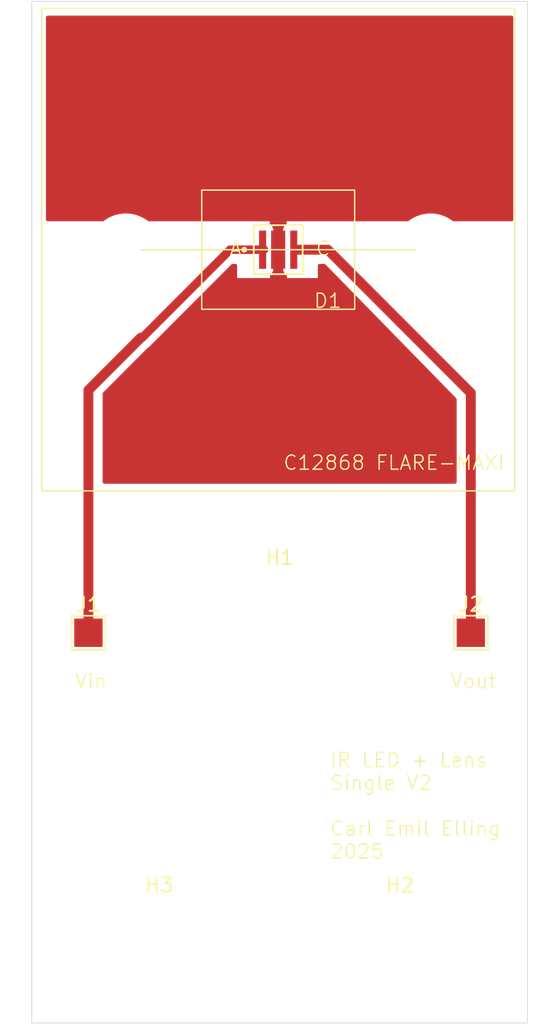
<source format=kicad_pcb>
(kicad_pcb (version 20240108) (generator "pcbnew") (generator_version "8.0")
  (layers (0 "F.Cu" signal) (31 "B.Cu" signal) (34 "B.Paste" user) (35 "F.Paste" user) (36 "B.SilkS" user "B.Silkscreen") (37 "F.SilkS" user "F.Silkscreen") (38 "B.Mask" user) (39 "F.Mask" user) (44 "Edge.Cuts" user))
  (net 0 "")
  (net 1 "THERMAL")
  (net 2 "VOUT")
  (net 3 "VIN")
  (footprint "MountingHole:MountingHole_4.3mm_M4" (layer "F.Cu") (at 43.5 68.5)
    (property "Reference" "H1" (at 0 -5.3 0) (layer "F.SilkS"))
    (property "Value" "MountingHole_Pad_M4")
    (pad "" np_thru_hole circle (at 0 0) (size 4.3 4.3) (drill 4.3) (layers "*.Cu" "*.Mask"))
  )
  (footprint "CE_FP:LENS_C12868_MAXI_W_LENS" (layer "F.Cu") (at 43.4 41.5)
    (property "Reference" "D1" (at 3.5 3.6 0) (layer "F.SilkS") (effects (font (thickness 0.1))))
    (property "Value" "SST-10-IRD-B90H-S810")
    (fp_line (start -1.725 -1.725) (end 1.725 -1.725) (stroke (width 0.127)) (layer "F.SilkS"))
    (fp_line (start -1.725 1.725) (end -1.725 -1.725) (stroke (width 0.127)) (layer "F.SilkS"))
    (fp_line (start 0 0) (end -10.76 0) (stroke (width 0.1)) (layer "F.SilkS"))
    (fp_line (start 1.725 -1.725) (end 1.725 1.725) (stroke (width 0.127)) (layer "F.SilkS"))
    (fp_line (start 1.725 1.725) (end -1.725 1.725) (stroke (width 0.127)) (layer "F.SilkS"))
    (fp_line (start 10.76 0) (end 0 0) (stroke (width 0.1)) (layer "F.SilkS"))
    (fp_rect (start -16.7 -17) (end 16.7 17) (stroke (width 0.1)) (fill none) (layer "F.SilkS"))
    (fp_rect (start -5.4 -4.2) (end 5.4 4.2) (stroke (width 0.1)) (fill none) (layer "F.SilkS"))
    (fp_circle (center -2.4 0) (end -2.3 0) (stroke (width 0.2)) (fill none) (layer "F.SilkS"))
    (fp_text user "A" (at -3.5 0.5 0) (layer "F.SilkS") (effects (font (thickness 0.1)) (justify left bottom)))
    (fp_text user "C" (at 2.6 0.5 0) (layer "F.SilkS") (effects (font (thickness 0.1)) (justify left bottom)))
    (fp_text user "C12868 FLARE-MAXI" (at 0.3 15.6 0) (layer "F.SilkS") (effects (font (thickness 0.1)) (justify left bottom)))
    (pad "" np_thru_hole circle (at -10.76 0) (size 2.1 2.1) (drill 2.1) (layers "F&B.Cu" "*.Mask") (clearance 1.5))
    (pad "" np_thru_hole circle (at 10.76 0) (size 2.1 2.1) (drill 2.1) (layers "F&B.Cu" "*.Mask") (clearance 1.5))
    (pad "A" smd rect (at -1.1 0 180) (size 0.5 2.7) (layers "F.Cu" "F.Paste" "F.Mask") (net 3 "VIN"))
    (pad "C" smd rect (at 1.1 0 180) (size 0.5 2.7) (layers "F.Cu" "F.Paste" "F.Mask") (net 2 "VOUT"))
    (pad "S" smd rect (at 0 0 180) (size 1 2.7) (layers "F.Cu" "F.Mask") (net 1 "THERMAL"))
  )
  (footprint "TestPoint:TestPoint_Pad_2.0x2.0mm" (layer "F.Cu") (at 57 68.5)
    (property "Reference" "J2" (at 0 -1.998 0) (layer "F.SilkS"))
    (property "Value" "Conn_01x01_Pin")
    (fp_line (start -1.2 -1.2) (end 1.2 -1.2) (stroke (width 0.12)) (layer "F.SilkS"))
    (fp_line (start -1.2 1.2) (end -1.2 -1.2) (stroke (width 0.12)) (layer "F.SilkS"))
    (fp_line (start 1.2 -1.2) (end 1.2 1.2) (stroke (width 0.12)) (layer "F.SilkS"))
    (fp_line (start 1.2 1.2) (end -1.2 1.2) (stroke (width 0.12)) (layer "F.SilkS"))
    (pad "1" smd rect (at 0 0) (size 2 2) (layers "F.Cu" "F.Mask") (net 2 "VOUT"))
  )
  (footprint "TestPoint:TestPoint_Pad_2.0x2.0mm" (layer "F.Cu") (at 30 68.5)
    (property "Reference" "J1" (at 0 -1.998 0) (layer "F.SilkS"))
    (property "Value" "Conn_01x01_Pin")
    (fp_line (start -1.2 -1.2) (end 1.2 -1.2) (stroke (width 0.12)) (layer "F.SilkS"))
    (fp_line (start -1.2 1.2) (end -1.2 -1.2) (stroke (width 0.12)) (layer "F.SilkS"))
    (fp_line (start 1.2 -1.2) (end 1.2 1.2) (stroke (width 0.12)) (layer "F.SilkS"))
    (fp_line (start 1.2 1.2) (end -1.2 1.2) (stroke (width 0.12)) (layer "F.SilkS"))
    (pad "1" smd rect (at 0 0) (size 2 2) (layers "F.Cu" "F.Mask") (net 3 "VIN"))
  )
  (footprint "MountingHole:MountingHole_3.2mm_M3" (layer "F.Cu") (at 35 90.5)
    (property "Reference" "H3" (at 0 -4.2 0) (layer "F.SilkS"))
    (property "Value" "MountingHole_Pad_M3")
    (pad "" np_thru_hole circle (at 0 0) (size 3.2 3.2) (drill 3.2) (layers "*.Cu" "*.Mask"))
  )
  (footprint "MountingHole:MountingHole_3.2mm_M3" (layer "F.Cu") (at 52 90.5)
    (property "Reference" "H2" (at 0 -4.2 0) (layer "F.SilkS"))
    (property "Value" "MountingHole_Pad_M3")
    (pad "" np_thru_hole circle (at 0 0) (size 3.2 3.2) (drill 3.2) (layers "*.Cu" "*.Mask"))
  )
  (gr_rect (start 26 24) (end 61 96) (stroke (width 0.05)) (fill none) (layer "Edge.Cuts"))
  (gr_text "IR LED + Lens\nSingle V2\n\nCarl Emil Elling\n2025" (at 47 84.5 0) (layer "F.SilkS") (effects (font (size 1 1) (thickness 0.1)) (justify left bottom)))
  (gr_text "Vin\n" (at 29 72.5 0) (layer "F.SilkS") (effects (font (size 1 1) (thickness 0.1)) (justify left bottom)))
  (gr_text "Vout\n" (at 55.5 72.5 0) (layer "F.SilkS") (effects (font (size 1 1) (thickness 0.1)) (justify left bottom)))
  (segment (start 57 51.6) (end 46.9 41.5) (width 0.7) (layer "F.Cu") (net 2))
  (segment (start 46.9 41.5) (end 44.67 41.5) (width 0.7) (layer "F.Cu") (net 2))
  (segment (start 57 68.5) (end 57 51.6) (width 0.7) (layer "F.Cu") (net 2))
  (segment (start 33.8 47.7) (end 40 41.5) (width 0.6) (layer "F.Cu") (net 3))
  (segment (start 30 51.4) (end 30 68.5) (width 0.7) (layer "F.Cu") (net 3))
  (segment (start 33.7 47.7) (end 33.8 47.7) (width 0.6) (layer "F.Cu") (net 3))
  (segment (start 33.7 47.7) (end 30 51.4) (width 0.7) (layer "F.Cu") (net 3))
  (segment (start 40 41.5) (end 42.4 41.5) (width 0.6) (layer "F.Cu") (net 3))
  (zone (net 1) (net_name "THERMAL") (layer "F.Cu") (connect_pads yes (clearance 0.5)) (min_thickness 0.25) (fill yes (thermal_gap 0.5) (thermal_bridge_width 0.5))
    (polygon (pts (xy 27 39.5) (xy 27 25) (xy 60 25) (xy 60 39.5)))
  )
  (zone (net 1) (net_name "THERMAL") (layer "F.Cu") (priority 1) (connect_pads yes (clearance 0.5)) (min_thickness 0.25) (fill yes (thermal_gap 0.5) (thermal_bridge_width 0.5))
    (polygon (pts (xy 42.8 39.5) (xy 42.8 40.2) (xy 44 40.2) (xy 44 39.5)))
  )
  (zone (net 1) (net_name "THERMAL") (layer "F.Cu") (priority 2) (connect_pads yes (clearance 0.5)) (min_thickness 0.25) (fill yes (thermal_gap 0.5) (thermal_bridge_width 0.5))
    (polygon (pts (xy 31 58) (xy 56 58) (xy 56 52) (xy 46.7 42.5) (xy 46.2 42.5) (xy 46.2 43.5) (xy 44.019605 43.5) (xy 44.019605 41.995262) (xy 42.823684 41.995263) (xy 42.823684 43.5) (xy 40.5 43.5) (xy 40.5 42.5) (xy 40 42.5) (xy 31 51.6)))
  )
)
</source>
